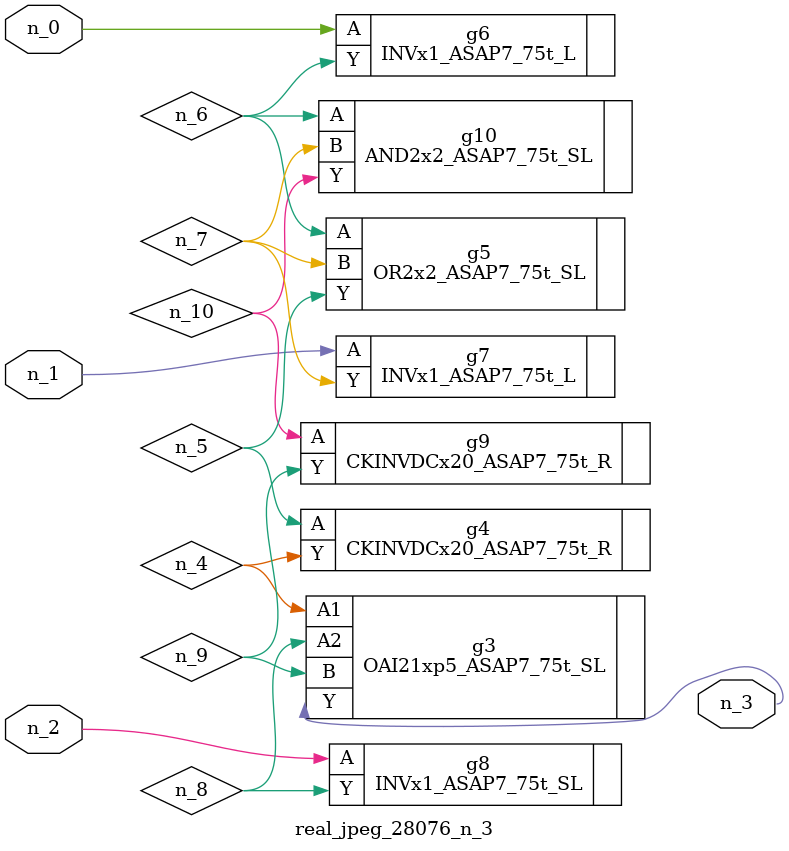
<source format=v>
module real_jpeg_28076_n_3 (n_1, n_0, n_2, n_3);

input n_1;
input n_0;
input n_2;

output n_3;

wire n_5;
wire n_8;
wire n_4;
wire n_6;
wire n_7;
wire n_10;
wire n_9;

INVx1_ASAP7_75t_L g6 ( 
.A(n_0),
.Y(n_6)
);

INVx1_ASAP7_75t_L g7 ( 
.A(n_1),
.Y(n_7)
);

INVx1_ASAP7_75t_SL g8 ( 
.A(n_2),
.Y(n_8)
);

OAI21xp5_ASAP7_75t_SL g3 ( 
.A1(n_4),
.A2(n_8),
.B(n_9),
.Y(n_3)
);

CKINVDCx20_ASAP7_75t_R g4 ( 
.A(n_5),
.Y(n_4)
);

OR2x2_ASAP7_75t_SL g5 ( 
.A(n_6),
.B(n_7),
.Y(n_5)
);

AND2x2_ASAP7_75t_SL g10 ( 
.A(n_6),
.B(n_7),
.Y(n_10)
);

CKINVDCx20_ASAP7_75t_R g9 ( 
.A(n_10),
.Y(n_9)
);


endmodule
</source>
